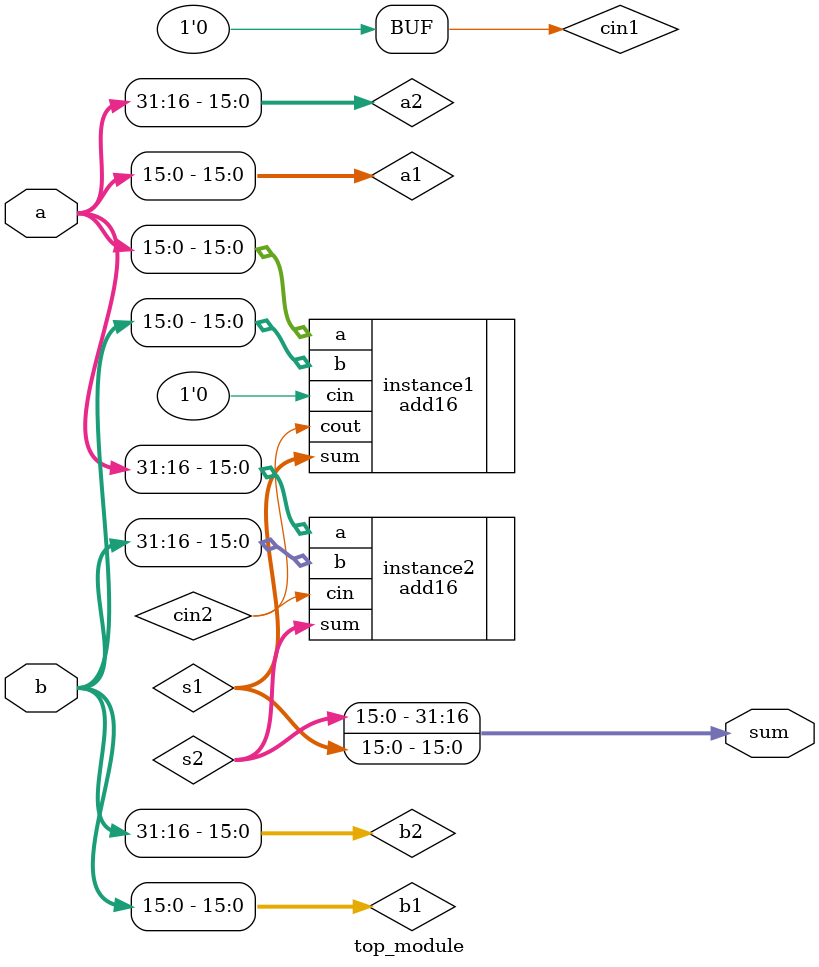
<source format=v>
module top_module(
    input [31:0] a,
    input [31:0] b,
    output [31:0] sum
);
    wire [15:0] a1,a2,b1,b2,s1,s2;
    wire cin1,cin2;
    assign cin1=0,a1=a[15:0],a2=a[31:16],b1=b[15:0],b2=b[31:16];
    add16 instance1(.sum(s1),.a(a1),.b(b1),.cin(cin1),.cout(cin2));
    add16 instance2(.sum(s2),.a(a2),.b(b2),.cin(cin2));
    assign sum={s2,s1};

endmodule
/* 将vector直接在模块中实例化例如  .a(a[15:0])
wire [15:0] s1,s2;
    wire cin1,cin2;
    assign cin1=0;
    add16 instance1(.sum(s1),.a(a[15:0]),.b(b[15:0]),.cin(cin1),.cout(cin2));
    add16 instance2(.sum(s2),.a(a[31:16]),.b(b[31:16]),.cin(cin2));
    assign sum={s2,s1};

</source>
